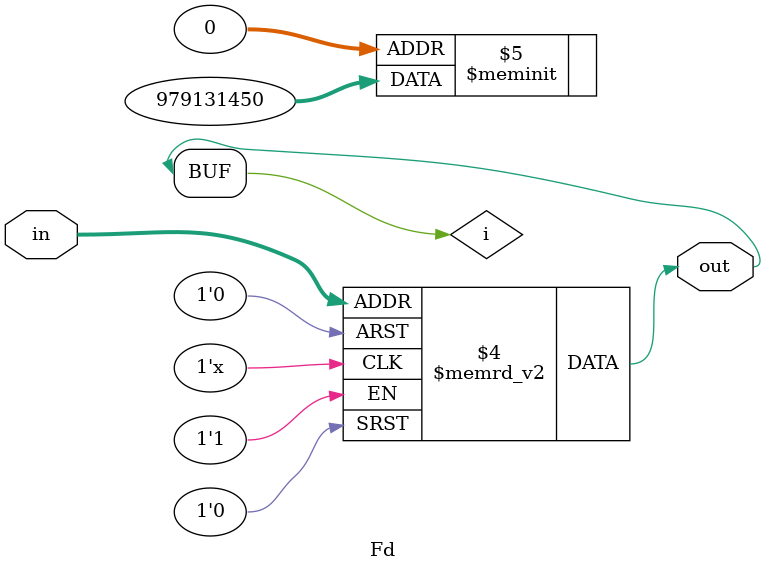
<source format=v>
/******************************************************************************

  Функция Fd для ядра DST40.

  Реализована полностью комбинаторно.

******************************************************************************/

module Fd
(
  input   [4:0] in,
  output        out
);


reg     i;
assign  out = i;

always  @( in )
begin
  case( in )
    5'b 00000: i = 0;
    5'b 00001: i = 1;
    5'b 00010: i = 0;
    5'b 00011: i = 1;
    5'b 00100: i = 1;
    5'b 00101: i = 1;
    5'b 00110: i = 0;
    5'b 00111: i = 0;
    5'b 01000: i = 0;
    5'b 01001: i = 0;
    5'b 01010: i = 1;
    5'b 01011: i = 1;
    5'b 01100: i = 1;
    5'b 01101: i = 0;
    5'b 01110: i = 1;
    5'b 01111: i = 0;
    5'b 10000: i = 0;
    5'b 10001: i = 0;
    5'b 10010: i = 1;
    5'b 10011: i = 1;
    5'b 10100: i = 1;
    5'b 10101: i = 0;
    5'b 10110: i = 1;
    5'b 10111: i = 0;
    5'b 11000: i = 0;
    5'b 11001: i = 1;
    5'b 11010: i = 0;
    5'b 11011: i = 1;
    5'b 11100: i = 1;
    5'b 11101: i = 1;
    5'b 11110: i = 0;
    default  : i = 0;
  endcase
end

endmodule

</source>
